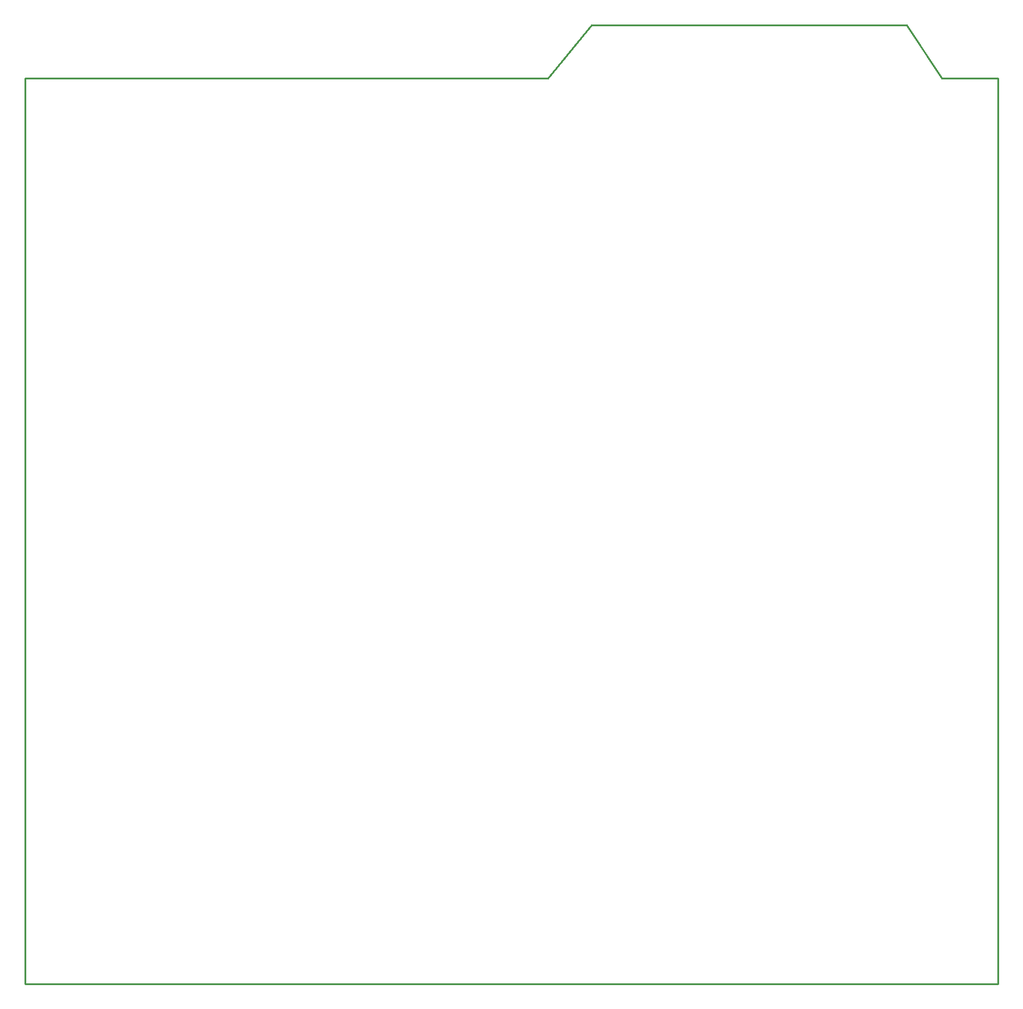
<source format=gbr>
%TF.GenerationSoftware,Altium Limited,Altium Designer,21.8.1 (53)*%
G04 Layer_Color=16711935*
%FSLAX43Y43*%
%MOMM*%
%TF.SameCoordinates,16DCEB66-4DAC-4E16-A6F7-90F727604106*%
%TF.FilePolarity,Positive*%
%TF.FileFunction,Keep-out,Top*%
%TF.Part,Single*%
G01*
G75*
%TA.AperFunction,NonConductor*%
%ADD11C,0.254*%
D11*
X130000Y128500D02*
X138000D01*
X125000Y136000D02*
X130000Y128500D01*
X80363Y136000D02*
X125000D01*
X74115Y128500D02*
X80363Y136000D01*
X0Y128500D02*
X74115D01*
X0Y0D02*
Y128500D01*
X138000Y0D02*
Y128500D01*
X0Y0D02*
X138000D01*
%TF.MD5,9b9b648690ad9721a1c51343d2ab554d*%
M02*

</source>
